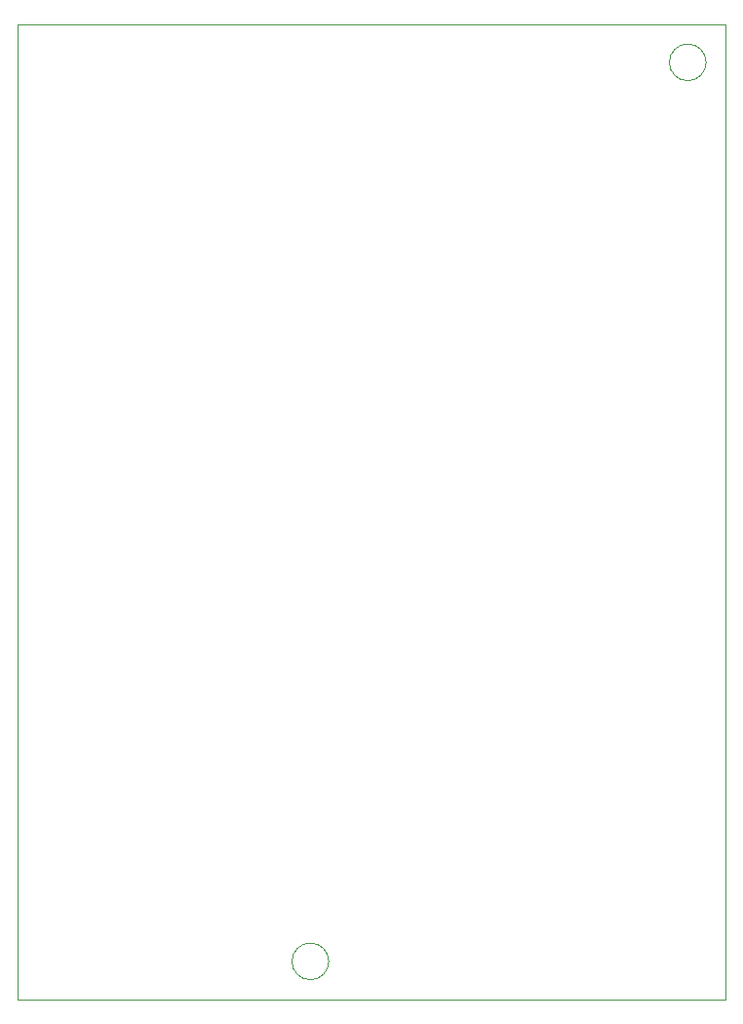
<source format=gko>
G04*
G04 #@! TF.GenerationSoftware,Altium Limited,Altium Designer,21.6.1 (37)*
G04*
G04 Layer_Color=16711935*
%FSAX25Y25*%
%MOIN*%
G70*
G04*
G04 #@! TF.SameCoordinates,E0C0A44B-B62E-4E6E-ADDB-BB2CC36F5004*
G04*
G04*
G04 #@! TF.FilePolarity,Positive*
G04*
G01*
G75*
%ADD85C,0.00100*%
D85*
X0100000Y0019299D02*
G03*
X0093701Y0013000I0000000J-0006299D01*
G01*
X0106299D02*
G03*
X0100000Y0019299I-0006299J0000000D01*
G01*
Y0006701D02*
G03*
X0106299Y0013000I0000000J0006299D01*
G01*
X0093701D02*
G03*
X0100000Y0006701I0006299J0000000D01*
G01*
X0229000Y0326299D02*
G03*
X0222701Y0320000I0000000J-0006299D01*
G01*
X0235299D02*
G03*
X0229000Y0326299I-0006299J0000000D01*
G01*
Y0313701D02*
G03*
X0235299Y0320000I0000000J0006299D01*
G01*
X0222701D02*
G03*
X0229000Y0313701I0006299J0000000D01*
G01*
X0000000Y0000000D02*
Y0333000D01*
X0242000D01*
Y0000000D02*
Y0333000D01*
X0000000Y0000000D02*
X0242000D01*
M02*

</source>
